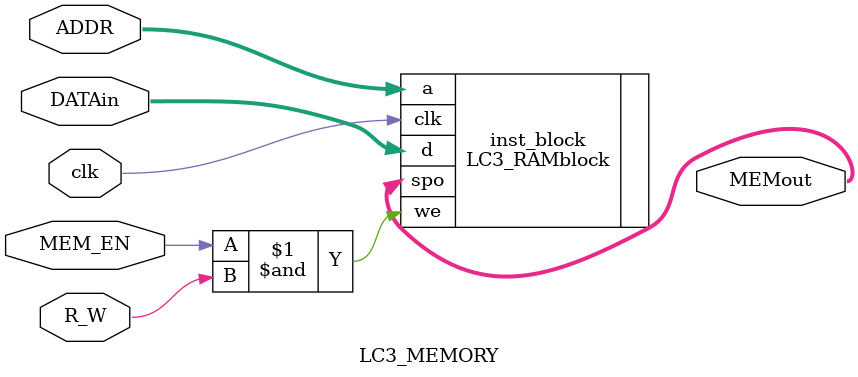
<source format=v>
`timescale 1ns / 1ps
module LC3_MEMORY(
		input							clk,
		
		input				[15:0]	ADDR,
		input				[15:0]	DATAin,
		input							R_W,
		input							MEM_EN,
		
		output			[15:0]	MEMout
    );
	 
LC3_RAMblock inst_block(
  .a(ADDR), // input [15 : 0] a
  .d(DATAin), // input [15 : 0] d
  .clk(clk), // input clk
  .we(MEM_EN&R_W), // input we
  .spo(MEMout) // output [15 : 0] spo
);


endmodule

</source>
